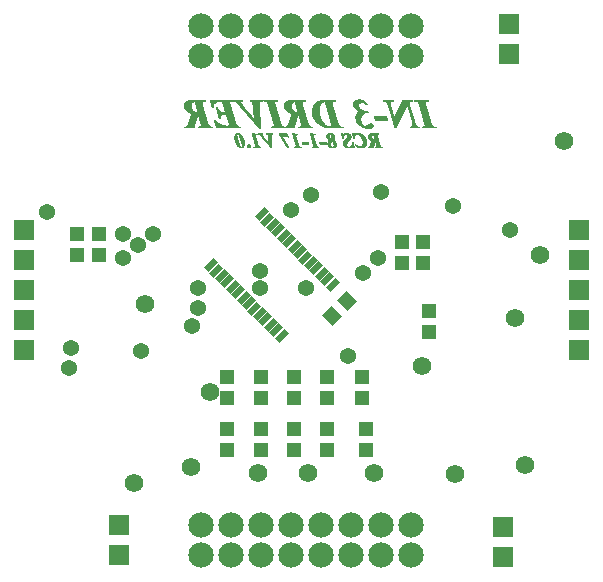
<source format=gbs>
%FSLAX24Y24*%
%MOIN*%
G04 EasyPC Gerber Version 18.0.8 Build 3632 *
%ADD144R,0.06600X0.06600*%
%ADD96C,0.00100*%
%ADD92C,0.05400*%
%ADD90C,0.06200*%
%AMT100*0 Rectangle Pad at angle 45*21,1,0.04540,0.04930,0,0,45*%
%ADD100T100*%
%ADD102R,0.04930X0.04540*%
%AMT145*0 Rectangle Pad at angle 135*21,1,0.02175,0.04537,0,0,135*%
%ADD145T145*%
%ADD86C,0.08474*%
X0Y0D02*
D02*
D86*
X10525Y2825D03*
Y3825D03*
Y19475D03*
Y20475D03*
X11525Y2825D03*
Y3825D03*
Y19475D03*
Y20475D03*
X12525Y2825D03*
Y3825D03*
Y19475D03*
Y20475D03*
X13525Y2825D03*
Y3825D03*
Y19475D03*
Y20475D03*
X14525Y2825D03*
Y3825D03*
Y19475D03*
Y20475D03*
X15525Y2825D03*
Y3825D03*
Y19475D03*
Y20475D03*
X16525Y2825D03*
Y3825D03*
Y19475D03*
Y20475D03*
X17525Y2825D03*
Y3825D03*
Y19475D03*
Y20475D03*
D02*
D90*
X8275Y5225D03*
X8650Y11200D03*
X10175Y5775D03*
X10825Y8275D03*
X12425Y5575D03*
X14075D03*
X16275D03*
X17875Y9125D03*
X18975Y5525D03*
X20975Y10725D03*
X21325Y5825D03*
X21825Y12825D03*
X22625Y16625D03*
D02*
D92*
X5375Y14275D03*
X6125Y9075D03*
X6175Y9725D03*
X7925Y12725D03*
Y13525D03*
X8425Y13175D03*
X8525Y9625D03*
X8925Y13525D03*
X10225Y10475D03*
X10425Y11075D03*
Y11725D03*
X12475D03*
Y12321D03*
X13525Y14325D03*
X14025Y11725D03*
X14175Y14825D03*
X15425Y9475D03*
X15925Y12225D03*
X16425Y12725D03*
X16525Y14925D03*
X18925Y14475D03*
X20825Y13675D03*
D02*
D96*
X16312Y16661D02*
X16352Y16519D01*
X16360Y16495*
Y16480*
X16352Y16456*
X16336Y16448*
X16312*
Y16432*
X16541*
Y16448*
X16509*
X16494Y16464*
X16478Y16480*
X16462Y16519*
X16375Y16810*
X16368Y16850*
X16375Y16873*
X16391*
X16423Y16881*
X16415Y16897*
X16226*
X16155Y16889*
X16108Y16866*
X16084Y16834*
X16076Y16795*
X16084Y16755*
X16116Y16716*
X16147Y16692*
X16202Y16669*
X16155Y16527*
X16139Y16480*
X16131Y16464*
X16116Y16448*
X16084*
Y16432*
X16234*
X16305Y16661*
X16312*
X16305Y16684D02*
X16289D01*
X16249Y16692*
X16218Y16716*
X16194Y16755*
X16186Y16803*
X16202Y16850*
X16218Y16858*
X16242Y16866*
X16257*
X16305Y16684*
X15556Y16905D02*
X15588Y16755D01*
X15604*
X15612Y16810*
X15635Y16850*
X15667Y16873*
X15706Y16881*
X15753Y16873*
X15801Y16842*
X15848Y16787*
X15887Y16716*
X15903Y16653*
X15911Y16582*
X15903Y16535*
X15879Y16495*
X15848Y16472*
X15801Y16464*
X15761*
X15722Y16480*
X15682Y16503*
X15651Y16543*
X15635*
X15675Y16488*
X15722Y16448*
X15769Y16432*
X15832Y16425*
X15911Y16440*
X15966Y16472*
X16005Y16535*
X16021Y16606*
X16013Y16677*
X15982Y16747*
X15927Y16810*
X15864Y16866*
X15785Y16897*
X15706Y16905*
X15635Y16897*
X15604Y16889*
X15588*
X15572Y16905*
X15556*
X15186D02*
X15226Y16732D01*
X15242*
X15249Y16771*
X15257Y16803*
X15265Y16834*
X15289Y16858*
X15312Y16873*
X15336Y16881*
X15360Y16873*
X15383Y16858*
X15391Y16834*
X15399Y16810*
X15383Y16763*
X15360Y16732*
X15320Y16684*
X15281Y16653*
X15265Y16621*
X15249Y16590*
Y16558*
X15257Y16519*
X15273Y16488*
X15297Y16464*
X15328Y16440*
X15368Y16425*
X15415*
X15446*
X15486Y16432*
X15525Y16448*
X15549*
X15572Y16440*
X15596Y16425*
X15612*
X15564Y16598*
X15556*
X15549Y16551*
X15533Y16519*
X15517Y16488*
X15494Y16464*
X15462Y16448*
X15431*
X15399Y16456*
X15375Y16472*
X15360Y16495*
X15352Y16527*
X15368Y16574*
X15383Y16606*
X15423Y16645*
X15462Y16684*
X15486Y16724*
X15501Y16779*
X15494Y16826*
X15462Y16866*
X15415Y16897*
X15352Y16905*
X15320Y16897*
X15281Y16889*
X15257Y16881*
X15242*
X15218Y16889*
X15202Y16905*
X15186*
X14903Y16677D02*
X14934Y16732D01*
X14942Y16779*
X14934Y16826*
X14903Y16866*
X14864Y16897*
X14808Y16905*
X14761Y16897*
X14722Y16873*
X14698Y16842*
X14690Y16803*
X14706Y16755*
X14738Y16716*
X14761Y16708*
X14785Y16692*
X14753Y16653*
X14738Y16621*
X14730Y16574*
X14738Y16511*
X14777Y16464*
X14824Y16432*
X14887Y16425*
X14934Y16432*
X14982Y16456*
X15005Y16488*
X15013Y16535*
X14997Y16590*
X14958Y16645*
X14934Y16661*
X14903Y16677*
X14793Y16708D02*
X14777Y16740D01*
X14769Y16779*
Y16826*
Y16858*
X14785Y16873*
X14808Y16889*
X14840Y16873*
X14856Y16850*
X14864Y16810*
X14848Y16763*
X14832Y16740*
X14793Y16708*
X14887Y16661D02*
X14911Y16629D01*
X14919Y16606*
X14927Y16574*
X14934Y16503*
Y16472*
X14919Y16456*
X14903Y16440*
X14887*
X14856Y16448*
X14840Y16464*
X14816Y16495*
X14808Y16543*
Y16566*
X14824Y16590*
X14848Y16621*
X14887Y16661*
X14659Y16621D02*
X14462D01*
X14486Y16551*
X14682*
X14659Y16621*
X14139Y16905D02*
X14257Y16519D01*
Y16495*
X14265Y16480*
X14257Y16464*
X14242Y16448*
X14226*
X14202*
Y16432*
X14431*
X14423Y16448*
X14399*
X14375Y16456*
X14352Y16472*
X14344Y16488*
X14336Y16519*
X14265Y16747*
X14257Y16787*
X14249Y16803*
Y16818*
X14257Y16850*
X14289Y16858*
X14297*
X14320*
Y16866*
X14155Y16905*
X14139*
X14068Y16621D02*
X13871D01*
X13895Y16551*
X14092*
X14068Y16621*
X13549Y16905D02*
X13667Y16519D01*
Y16495*
X13675Y16480*
X13667Y16464*
X13651Y16448*
X13635*
X13612*
Y16432*
X13840*
X13832Y16448*
X13808*
X13785Y16456*
X13761Y16472*
X13753Y16488*
X13745Y16519*
X13675Y16747*
X13667Y16787*
X13659Y16803*
Y16818*
X13667Y16850*
X13698Y16858*
X13706*
X13730*
Y16866*
X13564Y16905*
X13549*
X13360Y16897D02*
X13108D01*
Y16881*
X13383Y16425*
X13415Y16448*
X13194Y16818*
X13305*
X13344*
X13375Y16810*
X13415Y16779*
X13423*
X13360Y16897*
X12864Y16425D02*
X12848Y16810D01*
Y16834*
Y16842*
X12856Y16873*
X12871*
X12895Y16881*
X12887Y16897*
X12690*
Y16881*
X12730Y16866*
X12738Y16842*
X12745Y16810*
X12761Y16574*
X12580Y16779*
X12556Y16810*
X12541Y16834*
X12533Y16858*
X12541Y16873*
X12564Y16881*
Y16897*
X12431*
Y16881*
X12454Y16873*
X12478Y16850*
X12501Y16826*
X12848Y16425*
X12864*
X12202Y16905D02*
X12320Y16519D01*
Y16495*
X12328Y16480*
X12320Y16464*
X12305Y16448*
X12289*
X12265*
Y16432*
X12494*
X12486Y16448*
X12462*
X12438Y16456*
X12415Y16472*
X12407Y16488*
X12399Y16519*
X12328Y16747*
X12320Y16787*
X12312Y16803*
Y16818*
X12320Y16850*
X12352Y16858*
X12360*
X12383*
Y16866*
X12218Y16905*
X12202*
X12108Y16535D02*
X12084Y16527D01*
X12068Y16519*
X12053Y16503*
Y16480*
Y16456*
X12068Y16440*
X12084Y16425*
X12108*
X12131*
X12147Y16440*
X12163Y16480*
X12147Y16519*
X12131Y16527*
X12108Y16535*
X11730Y16905D02*
X11698Y16897D01*
X11675Y16881*
X11635Y16834*
X11627Y16771*
Y16716*
X11643Y16661*
X11682Y16551*
X11706Y16511*
X11738Y16472*
X11785Y16440*
X11848Y16425*
X11871*
X11895Y16440*
X11911Y16464*
X11927Y16488*
X11942Y16558*
X11934Y16629*
X11911Y16708*
X11887Y16771*
X11856Y16826*
X11816Y16866*
X11793Y16889*
X11761Y16897*
X11730Y16905*
X11722Y16889D02*
X11745Y16881D01*
X11761Y16866*
X11769Y16850*
X11785Y16818*
X11808Y16732*
X11840Y16637*
X11864Y16574*
X11871Y16535*
X11879Y16480*
X11871Y16448*
X11848Y16440*
X11816Y16448*
X11801Y16472*
X11785Y16503*
X11769Y16551*
X11753Y16606*
X11730Y16669*
X11714Y16740*
X11698Y16803*
X11690Y16850*
X11698Y16881*
X11722Y16889*
X11847Y16425D02*
X11872D01*
X12084D02*
X12132D01*
X12848D02*
X12864D01*
X13383D02*
X13384D01*
X14885D02*
X14889D01*
X15367D02*
X15448D01*
X15595D02*
X15612D01*
X15830D02*
X15834D01*
X11809Y16434D02*
X11886D01*
X12074D02*
X12141D01*
X12265D02*
X12493D01*
X12839D02*
X12863D01*
X13377D02*
X13396D01*
X13612D02*
X13839D01*
X14202D02*
X14430D01*
X14821D02*
X14938D01*
X15343D02*
X15490D01*
X15581D02*
X15609D01*
X15764D02*
X15881D01*
X16084D02*
X16234D01*
X16312D02*
X16541D01*
X11780Y16444D02*
X11835D01*
X11858D02*
X11897D01*
X12065D02*
X12148D01*
X12265D02*
X12488D01*
X12831D02*
X12863D01*
X13372D02*
X13409D01*
X13612D02*
X13834D01*
X14202D02*
X14425D01*
X14807D02*
X14874D01*
X14906D02*
X14957D01*
X15324D02*
X15514D01*
X15562D02*
X15606D01*
X15736D02*
X15917D01*
X16084D02*
X16237D01*
X16312D02*
X16541D01*
X11766Y16453D02*
X11813D01*
X11873D02*
X11904D01*
X12056D02*
X12152D01*
X12309D02*
X12448D01*
X12823D02*
X12862D01*
X13366D02*
X13412D01*
X13656D02*
X13794D01*
X14246D02*
X14385D01*
X14793D02*
X14851D01*
X14916D02*
X14976D01*
X15311D02*
X15411D01*
X15472D02*
X15604D01*
X15716D02*
X15933D01*
X16120D02*
X16240D01*
X16346D02*
X16504D01*
X11752Y16462D02*
X11807D01*
X11875D02*
X11910D01*
X12053D02*
X12156D01*
X12319D02*
X12429D01*
X12815D02*
X12862D01*
X13360D02*
X13406D01*
X13665D02*
X13775D01*
X14256D02*
X14366D01*
X14779D02*
X14842D01*
X14925D02*
X14986D01*
X15299D02*
X15390D01*
X15490D02*
X15601D01*
X15705D02*
X15949D01*
X16130D02*
X16243D01*
X16354D02*
X16495D01*
X11738Y16472D02*
X11801D01*
X11877D02*
X11916D01*
X12053D02*
X12160D01*
X12324D02*
X12415D01*
X12807D02*
X12862D01*
X13355D02*
X13401D01*
X13671D02*
X13761D01*
X14261D02*
X14352D01*
X14770D02*
X14834D01*
X14934D02*
X14993D01*
X15289D02*
X15375D01*
X15501D02*
X15599D01*
X15694D02*
X15742D01*
X15848D02*
X15966D01*
X16135D02*
X16246D01*
X16357D02*
X16486D01*
X11730Y16481D02*
X11796D01*
X11879D02*
X11922D01*
X12053D02*
X12162D01*
X12327D02*
X12410D01*
X12799D02*
X12861D01*
X13349D02*
X13395D01*
X13674D02*
X13757D01*
X14264D02*
X14347D01*
X14763D02*
X14827D01*
X14934D02*
X15000D01*
X15279D02*
X15369D01*
X15511D02*
X15596D01*
X15682D02*
X15719D01*
X15860D02*
X15972D01*
X16140D02*
X16249D01*
X16360D02*
X16477D01*
X11723Y16491D02*
X11791D01*
X11878D02*
X11927D01*
X12053D02*
X12158D01*
X12323D02*
X12406D01*
X12791D02*
X12861D01*
X13344D02*
X13390D01*
X13669D02*
X13753D01*
X14260D02*
X14343D01*
X14755D02*
X14820D01*
X14934D02*
X15006D01*
X15272D02*
X15363D01*
X15519D02*
X15594D01*
X15673D02*
X15704D01*
X15873D02*
X15978D01*
X16143D02*
X16252D01*
X16360D02*
X16473D01*
X11715Y16500D02*
X11787D01*
X11876D02*
X11929D01*
X12053D02*
X12155D01*
X12320D02*
X12404D01*
X12783D02*
X12861D01*
X13338D02*
X13384D01*
X13667D02*
X13750D01*
X14257D02*
X14341D01*
X14747D02*
X14816D01*
X14934D02*
X15007D01*
X15267D02*
X15359D01*
X15523D02*
X15591D01*
X15666D02*
X15688D01*
X15882D02*
X15983D01*
X16146D02*
X16255D01*
X16358D02*
X16470D01*
X11708Y16509D02*
X11783D01*
X11875D02*
X11931D01*
X12058D02*
X12151D01*
X12320D02*
X12401D01*
X12775D02*
X12860D01*
X13332D02*
X13378D01*
X13667D02*
X13748D01*
X14257D02*
X14338D01*
X14739D02*
X14814D01*
X14934D02*
X15009D01*
X15262D02*
X15356D01*
X15528D02*
X15589D01*
X15659D02*
X15678D01*
X15888D02*
X15989D01*
X16149D02*
X16257D01*
X16355D02*
X16466D01*
X11702Y16519D02*
X11780D01*
X11874D02*
X11933D01*
X12068D02*
X12147D01*
X12320D02*
X12399D01*
X12767D02*
X12860D01*
X13327D02*
X13373D01*
X13667D02*
X13746D01*
X14257D02*
X14336D01*
X14737D02*
X14812D01*
X14933D02*
X15010D01*
X15258D02*
X15354D01*
X15533D02*
X15586D01*
X15652D02*
X15670D01*
X15893D02*
X15995D01*
X16152D02*
X16260D01*
X16352D02*
X16462D01*
X11696Y16528D02*
X11777D01*
X11872D02*
X11936D01*
X12087D02*
X12128D01*
X12318D02*
X12396D01*
X12759D02*
X12859D01*
X13321D02*
X13367D01*
X13664D02*
X13743D01*
X14255D02*
X14333D01*
X14736D02*
X14811D01*
X14932D02*
X15012D01*
X15256D02*
X15352D01*
X15537D02*
X15583D01*
X15646D02*
X15663D01*
X15899D02*
X16001D01*
X16155D02*
X16263D01*
X16349D02*
X16459D01*
X11690Y16537D02*
X11774D01*
X11871D02*
X11938D01*
X12315D02*
X12393D01*
X12751D02*
X12859D01*
X13315D02*
X13362D01*
X13661D02*
X13740D01*
X14252D02*
X14330D01*
X14734D02*
X14809D01*
X14931D02*
X15012D01*
X15254D02*
X15355D01*
X15542D02*
X15581D01*
X15639D02*
X15655D01*
X15903D02*
X16006D01*
X16158D02*
X16266D01*
X16347D02*
X16457D01*
X11685Y16547D02*
X11770D01*
X11869D02*
X11940D01*
X12312D02*
X12390D01*
X12742D02*
X12859D01*
X13310D02*
X13356D01*
X13658D02*
X13737D01*
X14249D02*
X14327D01*
X14733D02*
X14808D01*
X14930D02*
X15010D01*
X15252D02*
X15358D01*
X15547D02*
X15578D01*
X15905D02*
X16008D01*
X16161D02*
X16269D01*
X16344D02*
X16454D01*
X11681Y16556D02*
X11768D01*
X11867D02*
X11942D01*
X12309D02*
X12388D01*
X12734D02*
X12858D01*
X13304D02*
X13351D01*
X13655D02*
X13734D01*
X13893D02*
X14090D01*
X14246D02*
X14325D01*
X14484D02*
X14681D01*
X14732D02*
X14808D01*
X14929D02*
X15007D01*
X15250D02*
X15361D01*
X15550D02*
X15576D01*
X15906D02*
X16010D01*
X16165D02*
X16272D01*
X16341D02*
X16451D01*
X11677Y16565D02*
X11765D01*
X11865D02*
X11942D01*
X12306D02*
X12385D01*
X12726D02*
X12858D01*
X13298D02*
X13345D01*
X13653D02*
X13731D01*
X13890D02*
X14087D01*
X14243D02*
X14322D01*
X14481D02*
X14678D01*
X14731D02*
X14808D01*
X14928D02*
X15004D01*
X15249D02*
X15365D01*
X15551D02*
X15573D01*
X15908D02*
X16012D01*
X16168D02*
X16275D01*
X16339D02*
X16448D01*
X11674Y16575D02*
X11762D01*
X11863D02*
X11941D01*
X12303D02*
X12382D01*
X12718D02*
X12761D01*
X12761D02*
X12857D01*
X13293D02*
X13339D01*
X13650D02*
X13728D01*
X13887D02*
X14084D01*
X14240D02*
X14319D01*
X14478D02*
X14674D01*
X14730D02*
X14814D01*
X14926D02*
X15002D01*
X15249D02*
X15368D01*
X15553D02*
X15571D01*
X15910D02*
X16014D01*
X16171D02*
X16278D01*
X16336D02*
X16445D01*
X11670Y16584D02*
X11759D01*
X11860D02*
X11939D01*
X12300D02*
X12379D01*
X12710D02*
X12752D01*
X12761D02*
X12857D01*
X13287D02*
X13334D01*
X13647D02*
X13725D01*
X13884D02*
X14081D01*
X14237D02*
X14316D01*
X14474D02*
X14671D01*
X14731D02*
X14820D01*
X14924D02*
X14999D01*
X15249D02*
X15373D01*
X15554D02*
X15568D01*
X15911D02*
X16016D01*
X16174D02*
X16281D01*
X16334D02*
X16443D01*
X11667Y16594D02*
X11757D01*
X11856D02*
X11938D01*
X12297D02*
X12376D01*
X12702D02*
X12744D01*
X12760D02*
X12857D01*
X13281D02*
X13328D01*
X13644D02*
X13722D01*
X13881D02*
X14078D01*
X14234D02*
X14313D01*
X14471D02*
X14668D01*
X14733D02*
X14827D01*
X14922D02*
X14995D01*
X15251D02*
X15377D01*
X15556D02*
X15566D01*
X15910D02*
X16018D01*
X16177D02*
X16284D01*
X16331D02*
X16440D01*
X11664Y16603D02*
X11754D01*
X11853D02*
X11937D01*
X12295D02*
X12373D01*
X12694D02*
X12736D01*
X12759D02*
X12856D01*
X13276D02*
X13323D01*
X13641D02*
X13719D01*
X13878D02*
X14074D01*
X14232D02*
X14310D01*
X14468D02*
X14665D01*
X14735D02*
X14834D01*
X14919D02*
X14988D01*
X15256D02*
X15382D01*
X15909D02*
X16020D01*
X16180D02*
X16287D01*
X16328D02*
X16437D01*
X11660Y16612D02*
X11751D01*
X11849D02*
X11936D01*
X12292D02*
X12370D01*
X12686D02*
X12728D01*
X12759D02*
X12856D01*
X13270D02*
X13317D01*
X13638D02*
X13717D01*
X13874D02*
X14071D01*
X14229D02*
X14307D01*
X14465D02*
X14662D01*
X14736D02*
X14841D01*
X14916D02*
X14981D01*
X15261D02*
X15390D01*
X15907D02*
X16020D01*
X16183D02*
X16289D01*
X16326D02*
X16434D01*
X11657Y16622D02*
X11747D01*
X11846D02*
X11935D01*
X12289D02*
X12367D01*
X12678D02*
X12719D01*
X12758D02*
X12856D01*
X13264D02*
X13311D01*
X13635D02*
X13714D01*
X14226D02*
X14304D01*
X14738D02*
X14848D01*
X14913D02*
X14975D01*
X15265D02*
X15399D01*
X15906D02*
X16019D01*
X16186D02*
X16292D01*
X16323D02*
X16431D01*
X11654Y16631D02*
X11744D01*
X11842D02*
X11934D01*
X12286D02*
X12364D01*
X12670D02*
X12711D01*
X12757D02*
X12855D01*
X13259D02*
X13306D01*
X13632D02*
X13711D01*
X14223D02*
X14301D01*
X14742D02*
X14857D01*
X14910D02*
X14968D01*
X15270D02*
X15409D01*
X15905D02*
X16018D01*
X16190D02*
X16295D01*
X16321D02*
X16429D01*
X11650Y16640D02*
X11740D01*
X11839D02*
X11931D01*
X12283D02*
X12361D01*
X12662D02*
X12703D01*
X12757D02*
X12855D01*
X13253D02*
X13300D01*
X13630D02*
X13708D01*
X14220D02*
X14298D01*
X14747D02*
X14867D01*
X14903D02*
X14961D01*
X15275D02*
X15418D01*
X15904D02*
X16017D01*
X16193D02*
X16298D01*
X16318D02*
X16426D01*
X11647Y16650D02*
X11737D01*
X11836D02*
X11928D01*
X12280D02*
X12358D01*
X12654D02*
X12694D01*
X12756D02*
X12854D01*
X13247D02*
X13295D01*
X13627D02*
X13705D01*
X14217D02*
X14295D01*
X14752D02*
X14876D01*
X14895D02*
X14951D01*
X15279D02*
X15427D01*
X15903D02*
X16016D01*
X16196D02*
X16301D01*
X16315D02*
X16423D01*
X11644Y16659D02*
X11733D01*
X11833D02*
X11926D01*
X12277D02*
X12356D01*
X12645D02*
X12686D01*
X12756D02*
X12854D01*
X13242D02*
X13289D01*
X13624D02*
X13702D01*
X14214D02*
X14293D01*
X14758D02*
X14886D01*
X14888D02*
X14937D01*
X15289D02*
X15437D01*
X15901D02*
X16015D01*
X16199D02*
X16304D01*
X16313D02*
X16420D01*
X11641Y16669D02*
X11730D01*
X11830D02*
X11923D01*
X12275D02*
X12353D01*
X12637D02*
X12678D01*
X12755D02*
X12854D01*
X13236D02*
X13284D01*
X13621D02*
X13699D01*
X14212D02*
X14290D01*
X14766D02*
X14919D01*
X15300D02*
X15446D01*
X15899D02*
X16014D01*
X16202D02*
X16418D01*
X11638Y16678D02*
X11728D01*
X11826D02*
X11920D01*
X12272D02*
X12350D01*
X12629D02*
X12669D01*
X12754D02*
X12853D01*
X13230D02*
X13278D01*
X13618D02*
X13696D01*
X14209D02*
X14287D01*
X14773D02*
X14904D01*
X15312D02*
X15455D01*
X15897D02*
X16013D01*
X16181D02*
X16415D01*
X11636Y16687D02*
X11726D01*
X11823D02*
X11917D01*
X12269D02*
X12347D01*
X12621D02*
X12661D01*
X12754D02*
X12853D01*
X13225D02*
X13272D01*
X13615D02*
X13693D01*
X14206D02*
X14284D01*
X14781D02*
X14909D01*
X15323D02*
X15464D01*
X15894D02*
X16008D01*
X16159D02*
X16275D01*
X16304D02*
X16412D01*
X11633Y16697D02*
X11724D01*
X11820D02*
X11914D01*
X12266D02*
X12344D01*
X12613D02*
X12653D01*
X12753D02*
X12852D01*
X13219D02*
X13267D01*
X13612D02*
X13690D01*
X14203D02*
X14281D01*
X14778D02*
X14914D01*
X15330D02*
X15469D01*
X15892D02*
X16004D01*
X16141D02*
X16244D01*
X16301D02*
X16409D01*
X11630Y16706D02*
X11721D01*
X11817D02*
X11911D01*
X12263D02*
X12341D01*
X12605D02*
X12645D01*
X12752D02*
X12852D01*
X13213D02*
X13261D01*
X13610D02*
X13687D01*
X14200D02*
X14278D01*
X14764D02*
X14920D01*
X15338D02*
X15475D01*
X15890D02*
X16000D01*
X16129D02*
X16231D01*
X16299D02*
X16406D01*
X11628Y16715D02*
X11719D01*
X11814D02*
X11908D01*
X12260D02*
X12338D01*
X12597D02*
X12636D01*
X12752D02*
X12852D01*
X13208D02*
X13256D01*
X13607D02*
X13685D01*
X14197D02*
X14275D01*
X14739D02*
X14789D01*
X14802D02*
X14925D01*
X15346D02*
X15481D01*
X15887D02*
X15996D01*
X16116D02*
X16219D01*
X16296D02*
X16404D01*
X11627Y16725D02*
X11717D01*
X11811D02*
X11905D01*
X12257D02*
X12335D01*
X12589D02*
X12628D01*
X12751D02*
X12851D01*
X13202D02*
X13250D01*
X13604D02*
X13682D01*
X14194D02*
X14272D01*
X14731D02*
X14784D01*
X14814D02*
X14930D01*
X15354D02*
X15486D01*
X15882D02*
X15992D01*
X16109D02*
X16213D01*
X16294D02*
X16401D01*
X11627Y16734D02*
X11715D01*
X11808D02*
X11901D01*
X12254D02*
X12332D01*
X12581D02*
X12620D01*
X12751D02*
X12851D01*
X13196D02*
X13244D01*
X13601D02*
X13679D01*
X14191D02*
X14269D01*
X14723D02*
X14780D01*
X14825D02*
X14935D01*
X15225D02*
X15242D01*
X15361D02*
X15489D01*
X15877D02*
X15988D01*
X16101D02*
X16207D01*
X16292D02*
X16398D01*
X11627Y16744D02*
X11713D01*
X11805D02*
X11898D01*
X12252D02*
X12329D01*
X12573D02*
X12611D01*
X12750D02*
X12851D01*
X13191D02*
X13239D01*
X13598D02*
X13676D01*
X14189D02*
X14266D01*
X14716D02*
X14776D01*
X14835D02*
X14936D01*
X15223D02*
X15244D01*
X15369D02*
X15491D01*
X15872D02*
X15983D01*
X16094D02*
X16201D01*
X16289D02*
X16395D01*
X11627Y16753D02*
X11711D01*
X11803D02*
X11894D01*
X12249D02*
X12327D01*
X12565D02*
X12603D01*
X12749D02*
X12850D01*
X13185D02*
X13233D01*
X13595D02*
X13674D01*
X14186D02*
X14264D01*
X14708D02*
X14774D01*
X14841D02*
X14938D01*
X15221D02*
X15246D01*
X15376D02*
X15494D01*
X15867D02*
X15977D01*
X16086D02*
X16196D01*
X16287D02*
X16393D01*
X11627Y16762D02*
X11708D01*
X11800D02*
X11891D01*
X12246D02*
X12325D01*
X12557D02*
X12595D01*
X12749D02*
X12850D01*
X13180D02*
X13228D01*
X13592D02*
X13672D01*
X14183D02*
X14262D01*
X14704D02*
X14772D01*
X14847D02*
X14940D01*
X15219D02*
X15248D01*
X15383D02*
X15497D01*
X15587D02*
X15605D01*
X15861D02*
X15969D01*
X16083D02*
X16193D01*
X16284D02*
X16390D01*
X11627Y16772D02*
X11706D01*
X11798D02*
X11887D01*
X12243D02*
X12323D01*
X12548D02*
X12587D01*
X12748D02*
X12849D01*
X13174D02*
X13222D01*
X13589D02*
X13670D01*
X14180D02*
X14260D01*
X14701D02*
X14771D01*
X14851D02*
X14941D01*
X15217D02*
X15250D01*
X15386D02*
X15499D01*
X15585D02*
X15606D01*
X15856D02*
X15961D01*
X16081D02*
X16192D01*
X16282D02*
X16387D01*
X11629Y16781D02*
X11704D01*
X11795D02*
X11882D01*
X12240D02*
X12321D01*
X12540D02*
X12579D01*
X12747D02*
X12849D01*
X13168D02*
X13217D01*
X13412D02*
X13422D01*
X13587D02*
X13668D01*
X14177D02*
X14258D01*
X14698D02*
X14769D01*
X14854D02*
X14942D01*
X15215D02*
X15252D01*
X15389D02*
X15501D01*
X15583D02*
X15607D01*
X15851D02*
X15952D01*
X16079D02*
X16190D01*
X16279D02*
X16384D01*
X11630Y16790D02*
X11701D01*
X11792D02*
X11876D01*
X12237D02*
X12319D01*
X12532D02*
X12572D01*
X12747D02*
X12849D01*
X13163D02*
X13211D01*
X13401D02*
X13417D01*
X13584D02*
X13665D01*
X14174D02*
X14256D01*
X14694D02*
X14769D01*
X14857D02*
X14940D01*
X15212D02*
X15254D01*
X15392D02*
X15499D01*
X15581D02*
X15609D01*
X15845D02*
X15944D01*
X16077D02*
X16188D01*
X16277D02*
X16381D01*
X11631Y16800D02*
X11699D01*
X11790D02*
X11871D01*
X12234D02*
X12314D01*
X12524D02*
X12565D01*
X12746D02*
X12848D01*
X13157D02*
X13205D01*
X13389D02*
X13412D01*
X13581D02*
X13660D01*
X14171D02*
X14251D01*
X14691D02*
X14769D01*
X14860D02*
X14939D01*
X15210D02*
X15257D01*
X15395D02*
X15498D01*
X15579D02*
X15610D01*
X15837D02*
X15936D01*
X16077D02*
X16187D01*
X16274D02*
X16379D01*
X11632Y16809D02*
X11697D01*
X11787D02*
X11865D01*
X12231D02*
X12312D01*
X12516D02*
X12557D01*
X12746D02*
X12848D01*
X13151D02*
X13200D01*
X13377D02*
X13407D01*
X13578D02*
X13659D01*
X14169D02*
X14249D01*
X14692D02*
X14769D01*
X14863D02*
X14937D01*
X15208D02*
X15259D01*
X15399D02*
X15496D01*
X15577D02*
X15611D01*
X15829D02*
X15928D01*
X16079D02*
X16189D01*
X16272D02*
X16376D01*
X11633Y16818D02*
X11696D01*
X11785D02*
X11860D01*
X12229D02*
X12312D01*
X12508D02*
X12551D01*
X12743D02*
X12848D01*
X13146D02*
X13402D01*
X13575D02*
X13659D01*
X14166D02*
X14249D01*
X14694D02*
X14769D01*
X14862D02*
X14936D01*
X15206D02*
X15261D01*
X15396D02*
X15495D01*
X15575D02*
X15616D01*
X15821D02*
X15917D01*
X16081D02*
X16192D01*
X16270D02*
X16374D01*
X11634Y16828D02*
X11694D01*
X11780D02*
X11854D01*
X12226D02*
X12315D01*
X12500D02*
X12545D01*
X12741D02*
X12848D01*
X13140D02*
X13397D01*
X13572D02*
X13661D01*
X14163D02*
X14252D01*
X14695D02*
X14769D01*
X14860D02*
X14933D01*
X15204D02*
X15264D01*
X15393D02*
X15492D01*
X15573D02*
X15622D01*
X15813D02*
X15907D01*
X16083D02*
X16195D01*
X16267D02*
X16372D01*
X11638Y16837D02*
X11692D01*
X11775D02*
X11845D01*
X12223D02*
X12317D01*
X12490D02*
X12540D01*
X12739D02*
X12848D01*
X13134D02*
X13392D01*
X13569D02*
X13664D01*
X14160D02*
X14254D01*
X14697D02*
X14769D01*
X14858D02*
X14926D01*
X15202D02*
X15268D01*
X15390D02*
X15485D01*
X15571D02*
X15628D01*
X15805D02*
X15896D01*
X16086D02*
X16198D01*
X16265D02*
X16370D01*
X11646Y16847D02*
X11691D01*
X11771D02*
X11835D01*
X12220D02*
X12319D01*
X12481D02*
X12537D01*
X12736D02*
X12849D01*
X13129D02*
X13387D01*
X13566D02*
X13666D01*
X14157D02*
X14256D01*
X14702D02*
X14769D01*
X14856D02*
X14918D01*
X15200D02*
X15278D01*
X15387D02*
X15477D01*
X15569D02*
X15633D01*
X15794D02*
X15885D01*
X16093D02*
X16201D01*
X16262D02*
X16368D01*
X11653Y16856D02*
X11692D01*
X11766D02*
X11826D01*
X12217D02*
X12345D01*
X12472D02*
X12533D01*
X12733D02*
X12851D01*
X13123D02*
X13382D01*
X13564D02*
X13691D01*
X14154D02*
X14282D01*
X14709D02*
X14769D01*
X14852D02*
X14911D01*
X15198D02*
X15287D01*
X15384D02*
X15470D01*
X15567D02*
X15643D01*
X15780D02*
X15875D01*
X16100D02*
X16214D01*
X16260D02*
X16370D01*
X11661Y16865D02*
X11694D01*
X11761D02*
X11817D01*
X12214D02*
X12383D01*
X12462D02*
X12537D01*
X12730D02*
X12854D01*
X13117D02*
X13377D01*
X13561D02*
X13730D01*
X14151D02*
X14320D01*
X14716D02*
X14777D01*
X14845D02*
X14903D01*
X15195D02*
X15300D01*
X15372D02*
X15462D01*
X15565D02*
X15656D01*
X15766D02*
X15864D01*
X16107D02*
X16241D01*
X16257D02*
X16373D01*
X11669Y16875D02*
X11697D01*
X11752D02*
X11807D01*
X12211D02*
X12345D01*
X12450D02*
X12545D01*
X12707D02*
X12875D01*
X13112D02*
X13372D01*
X13558D02*
X13691D01*
X14148D02*
X14282D01*
X14724D02*
X14787D01*
X14837D02*
X14892D01*
X15193D02*
X15316D01*
X15356D02*
X15448D01*
X15563D02*
X15673D01*
X15746D02*
X15841D01*
X16126D02*
X16396D01*
X11679Y16884D02*
X11706D01*
X11737D02*
X11798D01*
X12209D02*
X12306D01*
X12431D02*
X12564D01*
X12690D02*
X12894D01*
X13108D02*
X13367D01*
X13555D02*
X13652D01*
X14146D02*
X14243D01*
X14740D02*
X14801D01*
X14819D02*
X14880D01*
X15191D02*
X15233D01*
X15266D02*
X15434D01*
X15561D02*
X15817D01*
X16145D02*
X16421D01*
X11693Y16893D02*
X11776D01*
X12206D02*
X12266D01*
X12431D02*
X12564D01*
X12690D02*
X12889D01*
X13108D02*
X13362D01*
X13552D02*
X13613D01*
X14143D02*
X14203D01*
X14755D02*
X14868D01*
X15189D02*
X15214D01*
X15302D02*
X15420D01*
X15559D02*
X15584D01*
X15621D02*
X15794D01*
X16193D02*
X16417D01*
X11721Y16903D02*
X11738D01*
X12203D02*
X12227D01*
X13549D02*
X13573D01*
X14140D02*
X14164D01*
X14796D02*
X14823D01*
X15187D02*
X15204D01*
X15343D02*
X15369D01*
X15557D02*
X15574D01*
X15687D02*
X15727D01*
X18086Y17988D02*
Y18019D01*
X17614*
X17629Y17988*
X17724Y17956*
X17755Y17925*
X17787Y17846*
X17944Y17263*
X17960Y17200*
X17976Y17169*
X17944Y17137*
X17913Y17121*
X17866*
Y17090*
X18338*
X18322Y17121*
X18259*
X18228Y17153*
X18196Y17184*
X18165Y17263*
X17992Y17846*
X17976Y17925*
X17992Y17972*
X18023*
X18086Y17988*
X17236Y18019D02*
X16936Y17405D01*
X16810Y17846*
Y17909*
X16826Y17956*
X16858Y17972*
X16905Y17988*
X16889Y18019*
X16590*
Y17988*
X16684Y17956*
X16716Y17909*
X16747Y17846*
X16968Y17090*
X16999*
X17377Y17877*
X17566Y17247*
Y17200*
X17551Y17137*
X17519Y17121*
X17472*
Y17090*
X17787*
Y17121*
X17724*
X17677Y17169*
X17645Y17200*
X17629Y17263*
X17425Y17925*
X17488Y17972*
X17551Y17988*
Y18019*
X17236*
X16669Y17468D02*
X16275D01*
X16322Y17326*
X16716*
X16669Y17468*
X16070Y17610D02*
X16055Y17625D01*
X15960Y17641*
X15897Y17673*
X15818Y17704*
X15771Y17751*
X15755Y17783*
X15740Y17846*
X15755Y17877*
X15771Y17909*
X15866Y17940*
X15944Y17925*
X16023Y17862*
X16039*
X15976Y17940*
X15929Y17988*
X15866Y18019*
X15787Y18035*
X15708Y18019*
X15645Y17988*
X15598Y17925*
X15582Y17862*
X15614Y17767*
X15692Y17704*
X15740Y17673*
X15803Y17657*
X15740Y17625*
X15708Y17578*
X15677Y17515*
X15661Y17436*
X15677Y17358*
X15692Y17279*
X15740Y17216*
X15803Y17169*
X15929Y17090*
X16086Y17074*
X16165*
X16212Y17106*
X16244Y17153*
X16212Y17216*
X16165Y17232*
X16133Y17216*
X16039Y17169*
X15992Y17137*
X15944*
X15913Y17153*
X15866Y17184*
X15834Y17263*
X15818Y17342*
Y17421*
X15850Y17484*
X15929Y17578*
X15992Y17594*
X16070Y17610*
X15236Y17090D02*
X15220Y17121D01*
X15157*
X15125Y17153*
X15094Y17184*
X15062Y17247*
X14889Y17830*
X14873Y17925*
X14905Y17972*
X14936*
X14999Y17988*
X14984Y18019*
X14669*
X14558*
X14464Y17988*
X14385Y17956*
X14322Y17909*
X14244Y17799*
X14212Y17625*
X14228Y17515*
X14259Y17421*
X14369Y17263*
X14495Y17169*
X14653Y17106*
X14842Y17090*
X15236*
X14637Y17972D02*
X14842Y17247D01*
X14858Y17184*
X14842Y17153*
X14795Y17137*
X14700Y17153*
X14621Y17200*
X14543Y17295*
X14480Y17405*
X14448Y17547*
X14432Y17673*
X14464Y17846*
X14495Y17893*
X14543Y17940*
X14637Y17972*
X13755Y17547D02*
X13834Y17263D01*
X13850Y17216*
Y17184*
X13834Y17137*
X13803Y17121*
X13755*
Y17090*
X14212*
Y17121*
X14149*
X14118Y17153*
X14086Y17184*
X14055Y17263*
X13881Y17846*
X13866Y17925*
X13881Y17972*
X13913*
X13976Y17988*
X13960Y18019*
X13582*
X13440Y18003*
X13346Y17956*
X13299Y17893*
X13283Y17814*
X13299Y17736*
X13362Y17657*
X13425Y17610*
X13535Y17562*
X13440Y17279*
X13409Y17184*
X13393Y17153*
X13362Y17121*
X13299*
Y17090*
X13598*
X13740Y17547*
X13755*
X13740Y17594D02*
X13708D01*
X13629Y17610*
X13566Y17657*
X13519Y17736*
X13503Y17830*
X13535Y17925*
X13566Y17940*
X13614Y17956*
X13645*
X13740Y17594*
X13062Y17988D02*
Y18019D01*
X12590*
X12606Y17988*
X12700Y17956*
X12732Y17925*
X12763Y17846*
X12921Y17263*
X12936Y17200*
X12952Y17169*
X12921Y17137*
X12889Y17121*
X12842*
Y17090*
X13314*
X13299Y17121*
X13236*
X13204Y17153*
X13173Y17184*
X13141Y17263*
X12968Y17846*
X12952Y17925*
X12968Y17972*
X12999*
X13062Y17988*
X12480Y17074D02*
X12448Y17846D01*
Y17893*
Y17909*
X12464Y17972*
X12495*
X12543Y17988*
X12527Y18019*
X12133*
Y17988*
X12212Y17956*
X12228Y17909*
X12244Y17846*
X12275Y17373*
X11913Y17783*
X11866Y17846*
X11834Y17893*
X11818Y17940*
X11834Y17972*
X11881Y17988*
Y18019*
X11614*
Y17988*
X11661Y17972*
X11708Y17925*
X11755Y17877*
X12448Y17074*
X12480*
X11220Y17956D02*
X11330Y17610D01*
X11299*
X11204*
X11125Y17641*
X11078Y17688*
X11047Y17767*
X11015*
X11110Y17389*
X11141*
Y17452*
X11157Y17499*
X11204Y17547*
X11236*
X11299*
X11346*
X11440Y17247*
Y17184*
X11425Y17169*
X11409Y17153*
X11346*
X11236Y17169*
X11141Y17200*
X11047Y17263*
X10968Y17342*
X10936*
X11031Y17090*
X11803*
Y17121*
X11740*
X11708Y17153*
X11677Y17184*
X11645Y17263*
X11472Y17846*
X11456Y17925*
X11472Y17972*
X11503*
X11566Y17988*
Y18019*
X10810*
X10873Y17783*
X10905*
Y17830*
X10921Y17877*
X10999Y17940*
X11062Y17956*
X11141*
X11220*
X10417Y17547D02*
X10495Y17263D01*
X10511Y17216*
Y17184*
X10495Y17137*
X10464Y17121*
X10417*
Y17090*
X10873*
Y17121*
X10810*
X10779Y17153*
X10747Y17184*
X10716Y17263*
X10543Y17846*
X10527Y17925*
X10543Y17972*
X10574*
X10637Y17988*
X10621Y18019*
X10244*
X10102Y18003*
X10007Y17956*
X9960Y17893*
X9944Y17814*
X9960Y17736*
X10023Y17657*
X10086Y17610*
X10196Y17562*
X10102Y17279*
X10070Y17184*
X10055Y17153*
X10023Y17121*
X9960*
Y17090*
X10259*
X10401Y17547*
X10417*
X10401Y17594D02*
X10369D01*
X10291Y17610*
X10228Y17657*
X10181Y17736*
X10165Y17830*
X10196Y17925*
X10228Y17940*
X10275Y17956*
X10306*
X10401Y17594*
X12448Y17075D02*
X12480D01*
X16080D02*
X16166D01*
X12440Y17084D02*
X12479D01*
X15986D02*
X16180D01*
X9960Y17094D02*
X10260D01*
X10417D02*
X10873D01*
X11030D02*
X11803D01*
X12432D02*
X12479D01*
X12842D02*
X13299D01*
X13313D02*
X13599D01*
X13755D02*
X14212D01*
X14798D02*
X15234D01*
X15923D02*
X16194D01*
X16967D02*
X17001D01*
X17472D02*
X17787D01*
X17866D02*
X18336D01*
X9960Y17103D02*
X10263D01*
X10417D02*
X10873D01*
X11026D02*
X11803D01*
X12423D02*
X12479D01*
X12842D02*
X13299D01*
X13308D02*
X13602D01*
X13755D02*
X14212D01*
X14686D02*
X15229D01*
X15908D02*
X16208D01*
X16964D02*
X17006D01*
X17472D02*
X17787D01*
X17866D02*
X18331D01*
X9960Y17112D02*
X10266D01*
X10417D02*
X10873D01*
X11023D02*
X11803D01*
X12415D02*
X12478D01*
X12842D02*
X13299D01*
X13303D02*
X13605D01*
X13755D02*
X14212D01*
X14636D02*
X15224D01*
X15893D02*
X16216D01*
X16961D02*
X17010D01*
X17472D02*
X17787D01*
X17866D02*
X18327D01*
X10023Y17122D02*
X10269D01*
X10464D02*
X10810D01*
X11019D02*
X11739D01*
X12407D02*
X12478D01*
X12890D02*
X13235D01*
X13362D02*
X13608D01*
X13803D02*
X14149D01*
X14613D02*
X15157D01*
X15878D02*
X16223D01*
X16959D02*
X17015D01*
X17520D02*
X17724D01*
X17913D02*
X18259D01*
X10033Y17131D02*
X10272D01*
X10483D02*
X10801D01*
X11016D02*
X11730D01*
X12399D02*
X12477D01*
X12908D02*
X13226D01*
X13371D02*
X13611D01*
X13822D02*
X14139D01*
X14590D02*
X15147D01*
X15863D02*
X16229D01*
X16956D02*
X17019D01*
X17538D02*
X17714D01*
X17932D02*
X18250D01*
X10042Y17140D02*
X10275D01*
X10497D02*
X10791D01*
X11012D02*
X11721D01*
X12391D02*
X12477D01*
X12924D02*
X13217D01*
X13381D02*
X13614D01*
X13835D02*
X14130D01*
X14566D02*
X14775D01*
X14804D02*
X15138D01*
X15848D02*
X15938D01*
X15996D02*
X16235D01*
X16953D02*
X17024D01*
X17551D02*
X17705D01*
X17948D02*
X18240D01*
X10051Y17150D02*
X10278D01*
X10500D02*
X10782D01*
X11008D02*
X11711D01*
X12383D02*
X12477D01*
X12933D02*
X13207D01*
X13390D02*
X13616D01*
X13838D02*
X14121D01*
X14543D02*
X14719D01*
X14832D02*
X15129D01*
X15833D02*
X15919D01*
X16010D02*
X16241D01*
X16950D02*
X17028D01*
X17554D02*
X17695D01*
X17957D02*
X18231D01*
X10058Y17159D02*
X10281D01*
X10503D02*
X10773D01*
X11005D02*
X11302D01*
X11415D02*
X11702D01*
X12375D02*
X12476D01*
X12943D02*
X13198D01*
X13396D02*
X13619D01*
X13841D02*
X14111D01*
X14519D02*
X14690D01*
X14845D02*
X15119D01*
X15818D02*
X15903D01*
X16024D02*
X16240D01*
X16948D02*
X17033D01*
X17556D02*
X17686D01*
X17966D02*
X18222D01*
X10062Y17169D02*
X10284D01*
X10506D02*
X10763D01*
X11001D02*
X11236D01*
X11425D02*
X11692D01*
X12367D02*
X12476D01*
X12952D02*
X13189D01*
X13401D02*
X13622D01*
X13844D02*
X14102D01*
X14495D02*
X14674D01*
X14850D02*
X15110D01*
X15803D02*
X15889D01*
X16039D02*
X16236D01*
X16945D02*
X17037D01*
X17558D02*
X17677D01*
X17976D02*
X18212D01*
X10067Y17178D02*
X10287D01*
X10509D02*
X10754D01*
X10998D02*
X11208D01*
X11434D02*
X11683D01*
X12359D02*
X12475D01*
X12948D02*
X13179D01*
X13406D02*
X13625D01*
X13848D02*
X14093D01*
X14483D02*
X14659D01*
X14854D02*
X15100D01*
X15790D02*
X15875D01*
X16057D02*
X16231D01*
X16942D02*
X17042D01*
X17561D02*
X17667D01*
X17971D02*
X18203D01*
X10071Y17187D02*
X10289D01*
X10511D02*
X10746D01*
X10994D02*
X11180D01*
X11440D02*
X11675D01*
X12351D02*
X12475D01*
X12943D02*
X13171D01*
X13410D02*
X13628D01*
X13850D02*
X14085D01*
X14471D02*
X14643D01*
X14857D02*
X15092D01*
X15778D02*
X15864D01*
X16076D02*
X16226D01*
X16940D02*
X17046D01*
X17563D02*
X17658D01*
X17966D02*
X18195D01*
X10074Y17197D02*
X10292D01*
X10511D02*
X10743D01*
X10991D02*
X11152D01*
X11440D02*
X11672D01*
X12343D02*
X12475D01*
X12938D02*
X13168D01*
X13413D02*
X13631D01*
X13850D02*
X14081D01*
X14458D02*
X14627D01*
X14855D02*
X15088D01*
X15765D02*
X15861D01*
X16095D02*
X16222D01*
X16937D02*
X17051D01*
X17565D02*
X17649D01*
X17962D02*
X18191D01*
X10077Y17206D02*
X10295D01*
X10511D02*
X10739D01*
X10987D02*
X11132D01*
X11440D02*
X11668D01*
X12335D02*
X12474D01*
X12935D02*
X13164D01*
X13416D02*
X13634D01*
X13850D02*
X14077D01*
X14446D02*
X14617D01*
X14852D02*
X15083D01*
X15753D02*
X15857D01*
X16113D02*
X16217D01*
X16934D02*
X17055D01*
X17566D02*
X17644D01*
X17959D02*
X18188D01*
X10081Y17215D02*
X10298D01*
X10511D02*
X10735D01*
X10984D02*
X11118D01*
X11440D02*
X11664D01*
X12326D02*
X12474D01*
X12933D02*
X13160D01*
X13419D02*
X13637D01*
X13850D02*
X14074D01*
X14433D02*
X14609D01*
X14850D02*
X15078D01*
X15740D02*
X15853D01*
X16132D02*
X16212D01*
X16931D02*
X17060D01*
X17566D02*
X17641D01*
X17956D02*
X18184D01*
X10084Y17225D02*
X10301D01*
X10508D02*
X10731D01*
X10980D02*
X11104D01*
X11440D02*
X11660D01*
X12318D02*
X12474D01*
X12930D02*
X13156D01*
X13422D02*
X13640D01*
X13847D02*
X14070D01*
X14421D02*
X14601D01*
X14848D02*
X15074D01*
X15733D02*
X15849D01*
X16151D02*
X16186D01*
X16929D02*
X17064D01*
X17566D02*
X17639D01*
X17954D02*
X18180D01*
X10087Y17234D02*
X10304D01*
X10505D02*
X10728D01*
X10977D02*
X11090D01*
X11440D02*
X11657D01*
X12310D02*
X12473D01*
X12928D02*
X13153D01*
X13425D02*
X13643D01*
X13844D02*
X14066D01*
X14408D02*
X14593D01*
X14845D02*
X15069D01*
X15726D02*
X15846D01*
X16926D02*
X17069D01*
X17566D02*
X17637D01*
X17952D02*
X18176D01*
X10090Y17244D02*
X10307D01*
X10502D02*
X10724D01*
X10973D02*
X11076D01*
X11440D02*
X11653D01*
X12302D02*
X12473D01*
X12926D02*
X13149D01*
X13429D02*
X13645D01*
X13841D02*
X14062D01*
X14396D02*
X14585D01*
X14843D02*
X15064D01*
X15719D02*
X15842D01*
X16923D02*
X17073D01*
X17566D02*
X17634D01*
X17949D02*
X18173D01*
X10093Y17253D02*
X10310D01*
X10499D02*
X10720D01*
X10970D02*
X11062D01*
X11439D02*
X11649D01*
X12294D02*
X12472D01*
X12923D02*
X13145D01*
X13432D02*
X13648D01*
X13837D02*
X14059D01*
X14383D02*
X14578D01*
X14840D02*
X15061D01*
X15712D02*
X15838D01*
X16920D02*
X17078D01*
X17565D02*
X17632D01*
X17947D02*
X18169D01*
X10096Y17262D02*
X10313D01*
X10496D02*
X10716D01*
X10966D02*
X11048D01*
X11436D02*
X11645D01*
X12286D02*
X12472D01*
X12921D02*
X13142D01*
X13435D02*
X13651D01*
X13834D02*
X14055D01*
X14371D02*
X14570D01*
X14838D02*
X15058D01*
X15705D02*
X15834D01*
X16918D02*
X17082D01*
X17562D02*
X17630D01*
X17945D02*
X18165D01*
X10099Y17272D02*
X10316D01*
X10493D02*
X10713D01*
X10963D02*
X11038D01*
X11433D02*
X11643D01*
X12278D02*
X12472D01*
X12918D02*
X13139D01*
X13438D02*
X13654D01*
X13832D02*
X14052D01*
X14364D02*
X14562D01*
X14835D02*
X15055D01*
X15698D02*
X15832D01*
X16915D02*
X17087D01*
X17559D02*
X17627D01*
X17942D02*
X18162D01*
X10102Y17281D02*
X10319D01*
X10491D02*
X10711D01*
X10959D02*
X11029D01*
X11430D02*
X11640D01*
X12270D02*
X12471D01*
X12916D02*
X13136D01*
X13441D02*
X13657D01*
X13829D02*
X14049D01*
X14357D02*
X14554D01*
X14832D02*
X15052D01*
X15692D02*
X15831D01*
X16912D02*
X17091D01*
X17556D02*
X17624D01*
X17939D02*
X18159D01*
X10106Y17290D02*
X10321D01*
X10488D02*
X10708D01*
X10956D02*
X11019D01*
X11427D02*
X11637D01*
X12262D02*
X12471D01*
X12913D02*
X13133D01*
X13444D02*
X13660D01*
X13826D02*
X14046D01*
X14350D02*
X14546D01*
X14830D02*
X15050D01*
X15690D02*
X15829D01*
X16909D02*
X17096D01*
X17553D02*
X17621D01*
X17937D02*
X18157D01*
X10109Y17300D02*
X10324D01*
X10485D02*
X10705D01*
X10952D02*
X11010D01*
X11424D02*
X11634D01*
X12254D02*
X12471D01*
X12911D02*
X13130D01*
X13447D02*
X13663D01*
X13824D02*
X14044D01*
X14344D02*
X14540D01*
X14827D02*
X15047D01*
X15688D02*
X15827D01*
X16907D02*
X17100D01*
X17551D02*
X17618D01*
X17934D02*
X18154D01*
X10112Y17309D02*
X10327D01*
X10483D02*
X10702D01*
X10949D02*
X11001D01*
X11421D02*
X11631D01*
X12246D02*
X12470D01*
X12908D02*
X13127D01*
X13450D02*
X13666D01*
X13821D02*
X14041D01*
X14337D02*
X14534D01*
X14824D02*
X15044D01*
X15686D02*
X15825D01*
X16904D02*
X17105D01*
X17548D02*
X17615D01*
X17932D02*
X18151D01*
X10115Y17318D02*
X10330D01*
X10480D02*
X10700D01*
X10945D02*
X10991D01*
X11418D02*
X11629D01*
X12238D02*
X12470D01*
X12906D02*
X13125D01*
X13454D02*
X13669D01*
X13819D02*
X14038D01*
X14331D02*
X14529D01*
X14822D02*
X15041D01*
X15684D02*
X15823D01*
X16901D02*
X17109D01*
X17545D02*
X17612D01*
X17929D02*
X18148D01*
X10118Y17328D02*
X10333D01*
X10478D02*
X10697D01*
X10942D02*
X10982D01*
X11415D02*
X11626D01*
X12229D02*
X12469D01*
X12903D02*
X13122D01*
X13457D02*
X13672D01*
X13816D02*
X14035D01*
X14324D02*
X14524D01*
X14819D02*
X15039D01*
X15683D02*
X15821D01*
X16322D02*
X16715D01*
X16899D02*
X17114D01*
X17542D02*
X17609D01*
X17927D02*
X18146D01*
X10121Y17337D02*
X10336D01*
X10475D02*
X10694D01*
X10938D02*
X10973D01*
X11412D02*
X11623D01*
X12221D02*
X12469D01*
X12901D02*
X13119D01*
X13460D02*
X13675D01*
X13814D02*
X14033D01*
X14318D02*
X14518D01*
X14817D02*
X15036D01*
X15681D02*
X15819D01*
X16319D02*
X16712D01*
X16896D02*
X17118D01*
X17539D02*
X17606D01*
X17924D02*
X18143D01*
X10124Y17347D02*
X10339D01*
X10472D02*
X10691D01*
X11409D02*
X11620D01*
X12213D02*
X12469D01*
X12898D02*
X13116D01*
X13463D02*
X13677D01*
X13811D02*
X14030D01*
X14311D02*
X14513D01*
X14814D02*
X15033D01*
X15679D02*
X15818D01*
X16315D02*
X16709D01*
X16893D02*
X17123D01*
X17537D02*
X17604D01*
X17922D02*
X18140D01*
X10127Y17356D02*
X10342D01*
X10470D02*
X10688D01*
X11406D02*
X11618D01*
X12205D02*
X12468D01*
X12896D02*
X13114D01*
X13466D02*
X13680D01*
X13808D02*
X14027D01*
X14305D02*
X14508D01*
X14811D02*
X15030D01*
X15677D02*
X15818D01*
X16312D02*
X16706D01*
X16890D02*
X17127D01*
X17534D02*
X17601D01*
X17919D02*
X18137D01*
X10131Y17365D02*
X10345D01*
X10467D02*
X10686D01*
X11403D02*
X11615D01*
X12197D02*
X12468D01*
X12893D02*
X13111D01*
X13469D02*
X13683D01*
X13806D02*
X14024D01*
X14298D02*
X14502D01*
X14809D02*
X15027D01*
X15675D02*
X15818D01*
X16309D02*
X16703D01*
X16888D02*
X17132D01*
X17531D02*
X17598D01*
X17917D02*
X18134D01*
X10134Y17375D02*
X10348D01*
X10464D02*
X10683D01*
X11400D02*
X11612D01*
X12189D02*
X12274D01*
X12275D02*
X12467D01*
X12891D02*
X13108D01*
X13472D02*
X13686D01*
X13803D02*
X14021D01*
X14291D02*
X14497D01*
X14806D02*
X15025D01*
X15673D02*
X15818D01*
X16306D02*
X16700D01*
X16885D02*
X17136D01*
X17528D02*
X17595D01*
X17914D02*
X18132D01*
X10137Y17384D02*
X10351D01*
X10462D02*
X10680D01*
X11397D02*
X11609D01*
X12181D02*
X12266D01*
X12274D02*
X12467D01*
X12888D02*
X13105D01*
X13475D02*
X13689D01*
X13800D02*
X14019D01*
X14285D02*
X14492D01*
X14803D02*
X15022D01*
X15671D02*
X15818D01*
X16303D02*
X16697D01*
X16882D02*
X17141D01*
X17525D02*
X17592D01*
X17912D02*
X18129D01*
X10140Y17393D02*
X10353D01*
X10459D02*
X10677D01*
X11109D02*
X11141D01*
X11394D02*
X11606D01*
X12173D02*
X12257D01*
X12274D02*
X12467D01*
X12885D02*
X13102D01*
X13479D02*
X13692D01*
X13798D02*
X14016D01*
X14278D02*
X14486D01*
X14801D02*
X15019D01*
X15669D02*
X15818D01*
X16300D02*
X16694D01*
X16879D02*
X17145D01*
X17523D02*
X17589D01*
X17909D02*
X18126D01*
X10143Y17403D02*
X10356D01*
X10457D02*
X10674D01*
X11106D02*
X11141D01*
X11391D02*
X11604D01*
X12165D02*
X12249D01*
X12273D02*
X12466D01*
X12883D02*
X13100D01*
X13482D02*
X13695D01*
X13795D02*
X14013D01*
X14272D02*
X14481D01*
X14798D02*
X15016D01*
X15668D02*
X15818D01*
X16297D02*
X16690D01*
X16877D02*
X17150D01*
X17520D02*
X17586D01*
X17907D02*
X18123D01*
X10146Y17412D02*
X10359D01*
X10454D02*
X10672D01*
X11104D02*
X11141D01*
X11388D02*
X11601D01*
X12157D02*
X12241D01*
X12272D02*
X12466D01*
X12880D02*
X13097D01*
X13485D02*
X13698D01*
X13793D02*
X14010D01*
X14265D02*
X14478D01*
X14795D02*
X15013D01*
X15666D02*
X15818D01*
X16294D02*
X16687D01*
X16874D02*
X16934D01*
X16940D02*
X17154D01*
X17517D02*
X17583D01*
X17904D02*
X18120D01*
X10149Y17422D02*
X10362D01*
X10451D02*
X10669D01*
X11102D02*
X11141D01*
X11385D02*
X11598D01*
X12149D02*
X12232D01*
X12272D02*
X12466D01*
X12878D02*
X13094D01*
X13488D02*
X13701D01*
X13790D02*
X14007D01*
X14259D02*
X14476D01*
X14793D02*
X15011D01*
X15664D02*
X15819D01*
X16290D02*
X16684D01*
X16871D02*
X16932D01*
X16945D02*
X17159D01*
X17514D02*
X17580D01*
X17901D02*
X18118D01*
X10152Y17431D02*
X10365D01*
X10449D02*
X10666D01*
X11099D02*
X11141D01*
X11382D02*
X11595D01*
X12141D02*
X12224D01*
X12271D02*
X12465D01*
X12875D02*
X13091D01*
X13491D02*
X13704D01*
X13787D02*
X14005D01*
X14256D02*
X14474D01*
X14790D02*
X15008D01*
X15662D02*
X15823D01*
X16287D02*
X16681D01*
X16868D02*
X16929D01*
X16949D02*
X17163D01*
X17511D02*
X17577D01*
X17899D02*
X18115D01*
X10156Y17440D02*
X10368D01*
X10446D02*
X10663D01*
X11097D02*
X11141D01*
X11379D02*
X11592D01*
X12132D02*
X12216D01*
X12271D02*
X12465D01*
X12873D02*
X13089D01*
X13494D02*
X13707D01*
X13785D02*
X14002D01*
X14253D02*
X14472D01*
X14787D02*
X15005D01*
X15662D02*
X15828D01*
X16284D02*
X16678D01*
X16866D02*
X16926D01*
X16954D02*
X17168D01*
X17509D02*
X17575D01*
X17896D02*
X18112D01*
X10159Y17450D02*
X10371D01*
X10444D02*
X10661D01*
X11095D02*
X11141D01*
X11376D02*
X11590D01*
X12124D02*
X12208D01*
X12270D02*
X12464D01*
X12870D02*
X13086D01*
X13497D02*
X13709D01*
X13782D02*
X13999D01*
X14250D02*
X14470D01*
X14785D02*
X15002D01*
X15663D02*
X15833D01*
X16281D02*
X16675D01*
X16863D02*
X16924D01*
X16958D02*
X17172D01*
X17506D02*
X17572D01*
X17894D02*
X18109D01*
X10162Y17459D02*
X10374D01*
X10441D02*
X10658D01*
X11092D02*
X11143D01*
X11374D02*
X11587D01*
X12116D02*
X12199D01*
X12269D02*
X12464D01*
X12868D02*
X13083D01*
X13500D02*
X13712D01*
X13780D02*
X13996D01*
X14246D02*
X14468D01*
X14782D02*
X14999D01*
X15665D02*
X15837D01*
X16278D02*
X16672D01*
X16860D02*
X16921D01*
X16963D02*
X17177D01*
X17503D02*
X17569D01*
X17891D02*
X18107D01*
X10165Y17468D02*
X10377D01*
X10438D02*
X10655D01*
X11090D02*
X11147D01*
X11371D02*
X11584D01*
X12108D02*
X12191D01*
X12269D02*
X12464D01*
X12865D02*
X13080D01*
X13504D02*
X13715D01*
X13777D02*
X13994D01*
X14243D02*
X14466D01*
X14779D02*
X14997D01*
X15667D02*
X15842D01*
X16858D02*
X16918D01*
X16967D02*
X17181D01*
X17500D02*
X17566D01*
X17889D02*
X18104D01*
X10168Y17478D02*
X10380D01*
X10436D02*
X10652D01*
X11088D02*
X11150D01*
X11368D02*
X11581D01*
X12100D02*
X12183D01*
X12268D02*
X12463D01*
X12863D02*
X13077D01*
X13507D02*
X13718D01*
X13774D02*
X13991D01*
X14240D02*
X14464D01*
X14777D02*
X14994D01*
X15669D02*
X15847D01*
X16855D02*
X16916D01*
X16972D02*
X17186D01*
X17497D02*
X17563D01*
X17886D02*
X18101D01*
X10171Y17487D02*
X10383D01*
X10433D02*
X10649D01*
X11085D02*
X11153D01*
X11365D02*
X11579D01*
X12092D02*
X12174D01*
X12267D02*
X12463D01*
X12860D02*
X13075D01*
X13510D02*
X13721D01*
X13772D02*
X13988D01*
X14237D02*
X14461D01*
X14774D02*
X14991D01*
X15671D02*
X15853D01*
X16852D02*
X16913D01*
X16976D02*
X17190D01*
X17494D02*
X17560D01*
X17884D02*
X18098D01*
X10174Y17496D02*
X10385D01*
X10431D02*
X10647D01*
X11083D02*
X11156D01*
X11362D02*
X11576D01*
X12084D02*
X12166D01*
X12267D02*
X12462D01*
X12858D02*
X13072D01*
X13513D02*
X13724D01*
X13769D02*
X13985D01*
X14234D02*
X14459D01*
X14772D02*
X14988D01*
X15673D02*
X15861D01*
X16849D02*
X16910D01*
X16981D02*
X17195D01*
X17492D02*
X17557D01*
X17881D02*
X18095D01*
X10177Y17506D02*
X10388D01*
X10428D02*
X10644D01*
X11080D02*
X11163D01*
X11359D02*
X11573D01*
X12076D02*
X12158D01*
X12266D02*
X12462D01*
X12855D02*
X13069D01*
X13516D02*
X13727D01*
X13767D02*
X13982D01*
X14231D02*
X14457D01*
X14769D02*
X14986D01*
X15675D02*
X15868D01*
X16847D02*
X16908D01*
X16986D02*
X17199D01*
X17489D02*
X17554D01*
X17879D02*
X18093D01*
X10181Y17515D02*
X10391D01*
X10425D02*
X10641D01*
X11078D02*
X11173D01*
X11356D02*
X11570D01*
X12068D02*
X12150D01*
X12266D02*
X12462D01*
X12853D02*
X13066D01*
X13519D02*
X13730D01*
X13764D02*
X13980D01*
X14228D02*
X14455D01*
X14766D02*
X14983D01*
X15677D02*
X15876D01*
X16844D02*
X16905D01*
X16990D02*
X17204D01*
X17486D02*
X17551D01*
X17876D02*
X18090D01*
X10184Y17525D02*
X10394D01*
X10423D02*
X10638D01*
X11076D02*
X11182D01*
X11353D02*
X11567D01*
X12060D02*
X12141D01*
X12265D02*
X12461D01*
X12850D02*
X13063D01*
X13522D02*
X13733D01*
X13761D02*
X13977D01*
X14226D02*
X14453D01*
X14764D02*
X14980D01*
X15681D02*
X15884D01*
X16841D02*
X16902D01*
X16995D02*
X17208D01*
X17483D02*
X17548D01*
X17874D02*
X18087D01*
X10187Y17534D02*
X10397D01*
X10420D02*
X10635D01*
X11073D02*
X11191D01*
X11350D02*
X11565D01*
X12052D02*
X12133D01*
X12264D02*
X12461D01*
X12847D02*
X13061D01*
X13525D02*
X13736D01*
X13759D02*
X13974D01*
X14225D02*
X14451D01*
X14761D02*
X14977D01*
X15686D02*
X15892D01*
X16838D02*
X16900D01*
X16999D02*
X17213D01*
X17480D02*
X17546D01*
X17871D02*
X18084D01*
X10190Y17543D02*
X10400D01*
X10418D02*
X10633D01*
X11071D02*
X11201D01*
X11347D02*
X11562D01*
X12044D02*
X12125D01*
X12264D02*
X12461D01*
X12845D02*
X13058D01*
X13529D02*
X13739D01*
X13756D02*
X13971D01*
X14224D02*
X14449D01*
X14758D02*
X14974D01*
X15691D02*
X15900D01*
X16836D02*
X16897D01*
X17004D02*
X17217D01*
X17478D02*
X17543D01*
X17869D02*
X18081D01*
X10193Y17553D02*
X10630D01*
X11069D02*
X11559D01*
X12035D02*
X12116D01*
X12263D02*
X12460D01*
X12842D02*
X13055D01*
X13532D02*
X13968D01*
X14222D02*
X14447D01*
X14756D02*
X14972D01*
X15695D02*
X15907D01*
X16833D02*
X16894D01*
X17008D02*
X17222D01*
X17475D02*
X17540D01*
X17866D02*
X18079D01*
X10196Y17562D02*
X10627D01*
X11066D02*
X11556D01*
X12027D02*
X12108D01*
X12262D02*
X12460D01*
X12840D02*
X13052D01*
X13535D02*
X13966D01*
X14221D02*
X14446D01*
X14753D02*
X14969D01*
X15700D02*
X15915D01*
X16830D02*
X16891D01*
X17013D02*
X17226D01*
X17472D02*
X17537D01*
X17864D02*
X18076D01*
X10175Y17571D02*
X10624D01*
X11064D02*
X11553D01*
X12019D02*
X12100D01*
X12262D02*
X12459D01*
X12837D02*
X13049D01*
X13514D02*
X13963D01*
X14220D02*
X14445D01*
X14750D02*
X14966D01*
X15705D02*
X15923D01*
X16827D02*
X16889D01*
X17018D02*
X17231D01*
X17469D02*
X17534D01*
X17861D02*
X18073D01*
X10153Y17581D02*
X10621D01*
X11062D02*
X11551D01*
X12011D02*
X12092D01*
X12261D02*
X12459D01*
X12835D02*
X13047D01*
X13492D02*
X13960D01*
X14218D02*
X14444D01*
X14748D02*
X14963D01*
X15710D02*
X15939D01*
X16825D02*
X16886D01*
X17022D02*
X17235D01*
X17466D02*
X17531D01*
X17858D02*
X18070D01*
X10131Y17590D02*
X10619D01*
X11059D02*
X11548D01*
X12003D02*
X12083D01*
X12261D02*
X12459D01*
X12832D02*
X13044D01*
X13470D02*
X13957D01*
X14217D02*
X14443D01*
X14745D02*
X14961D01*
X15716D02*
X15977D01*
X16822D02*
X16883D01*
X17027D02*
X17240D01*
X17464D02*
X17528D01*
X17856D02*
X18068D01*
X10110Y17600D02*
X10341D01*
X10399D02*
X10616D01*
X11057D02*
X11545D01*
X11995D02*
X12075D01*
X12260D02*
X12458D01*
X12830D02*
X13041D01*
X13448D02*
X13680D01*
X13738D02*
X13955D01*
X14216D02*
X14442D01*
X14742D02*
X14958D01*
X15722D02*
X16020D01*
X16819D02*
X16881D01*
X17031D02*
X17244D01*
X17461D02*
X17525D01*
X17853D02*
X18065D01*
X10088Y17609D02*
X10294D01*
X10397D02*
X10613D01*
X11055D02*
X11542D01*
X11987D02*
X12067D01*
X12259D02*
X12458D01*
X12827D02*
X13038D01*
X13426D02*
X13633D01*
X13736D02*
X13952D01*
X14214D02*
X14440D01*
X14740D02*
X14955D01*
X15729D02*
X16067D01*
X16817D02*
X16878D01*
X17036D02*
X17249D01*
X17458D02*
X17522D01*
X17851D02*
X18062D01*
X10074Y17618D02*
X10279D01*
X10395D02*
X10610D01*
X11052D02*
X11182D01*
X11327D02*
X11539D01*
X11979D02*
X12058D01*
X12259D02*
X12458D01*
X12825D02*
X13036D01*
X13413D02*
X13618D01*
X13733D02*
X13949D01*
X14213D02*
X14439D01*
X14737D02*
X14952D01*
X15735D02*
X16062D01*
X16814D02*
X16875D01*
X17040D02*
X17253D01*
X17455D02*
X17519D01*
X17848D02*
X18059D01*
X10062Y17628D02*
X10267D01*
X10392D02*
X10608D01*
X11050D02*
X11159D01*
X11324D02*
X11537D01*
X11971D02*
X12050D01*
X12258D02*
X12457D01*
X12822D02*
X13033D01*
X13401D02*
X13605D01*
X13731D02*
X13946D01*
X14212D02*
X14438D01*
X14734D02*
X14949D01*
X15744D02*
X16041D01*
X16811D02*
X16873D01*
X17045D02*
X17258D01*
X17452D02*
X17516D01*
X17846D02*
X18056D01*
X10049Y17637D02*
X10254D01*
X10390D02*
X10605D01*
X11048D02*
X11136D01*
X11321D02*
X11534D01*
X11963D02*
X12042D01*
X12257D02*
X12457D01*
X12820D02*
X13030D01*
X13388D02*
X13593D01*
X13728D02*
X13943D01*
X14214D02*
X14437D01*
X14732D02*
X14947D01*
X15763D02*
X15985D01*
X16808D02*
X16870D01*
X17049D02*
X17262D01*
X17449D02*
X17514D01*
X17843D02*
X18054D01*
X10037Y17646D02*
X10242D01*
X10387D02*
X10602D01*
X11045D02*
X11120D01*
X11318D02*
X11531D01*
X11955D02*
X12034D01*
X12257D02*
X12456D01*
X12817D02*
X13027D01*
X13376D02*
X13580D01*
X13726D02*
X13941D01*
X14216D02*
X14436D01*
X14729D02*
X14944D01*
X15782D02*
X15949D01*
X16806D02*
X16867D01*
X17054D02*
X17266D01*
X17447D02*
X17511D01*
X17841D02*
X18051D01*
X10024Y17656D02*
X10229D01*
X10385D02*
X10599D01*
X11043D02*
X11111D01*
X11315D02*
X11528D01*
X11946D02*
X12025D01*
X12256D02*
X12456D01*
X12815D02*
X13024D01*
X13363D02*
X13568D01*
X13723D02*
X13938D01*
X14218D02*
X14435D01*
X14727D02*
X14941D01*
X15800D02*
X15931D01*
X16803D02*
X16865D01*
X17059D02*
X17271D01*
X17444D02*
X17508D01*
X17838D02*
X18048D01*
X10016Y17665D02*
X10223D01*
X10382D02*
X10596D01*
X11041D02*
X11101D01*
X11312D02*
X11526D01*
X11938D02*
X12017D01*
X12256D02*
X12456D01*
X12812D02*
X13022D01*
X13355D02*
X13561D01*
X13721D02*
X13935D01*
X14219D02*
X14433D01*
X14724D02*
X14938D01*
X15769D02*
X15912D01*
X16800D02*
X16862D01*
X17063D02*
X17276D01*
X17441D02*
X17505D01*
X17836D02*
X18045D01*
X10009Y17675D02*
X10217D01*
X10380D02*
X10594D01*
X11038D02*
X11092D01*
X11309D02*
X11523D01*
X11930D02*
X12009D01*
X12255D02*
X12455D01*
X12809D02*
X13019D01*
X13348D02*
X13556D01*
X13719D02*
X13932D01*
X14221D02*
X14433D01*
X14721D02*
X14935D01*
X15737D02*
X15892D01*
X16797D02*
X16859D01*
X17068D02*
X17280D01*
X17438D02*
X17502D01*
X17833D02*
X18042D01*
X10001Y17684D02*
X10212D01*
X10378D02*
X10591D01*
X11036D02*
X11083D01*
X11306D02*
X11520D01*
X11922D02*
X12000D01*
X12254D02*
X12455D01*
X12807D02*
X13016D01*
X13340D02*
X13550D01*
X13716D02*
X13929D01*
X14223D02*
X14435D01*
X14719D02*
X14933D01*
X15723D02*
X15869D01*
X16795D02*
X16857D01*
X17072D02*
X17284D01*
X17435D02*
X17499D01*
X17831D02*
X18040D01*
X9994Y17693D02*
X10206D01*
X10375D02*
X10588D01*
X11034D02*
X11076D01*
X11304D02*
X11517D01*
X11914D02*
X11992D01*
X12254D02*
X12454D01*
X12804D02*
X13013D01*
X13333D02*
X13545D01*
X13714D02*
X13927D01*
X14224D02*
X14436D01*
X14716D02*
X14930D01*
X15709D02*
X15845D01*
X16792D02*
X16854D01*
X17077D02*
X17289D01*
X17433D02*
X17496D01*
X17828D02*
X18037D01*
X9986Y17703D02*
X10200D01*
X10373D02*
X10585D01*
X11031D02*
X11072D01*
X11301D02*
X11514D01*
X11906D02*
X11984D01*
X12253D02*
X12454D01*
X12802D02*
X13011D01*
X13325D02*
X13539D01*
X13711D02*
X13924D01*
X14226D02*
X14438D01*
X14713D02*
X14927D01*
X15695D02*
X15822D01*
X16789D02*
X16851D01*
X17081D02*
X17294D01*
X17430D02*
X17493D01*
X17826D02*
X18034D01*
X9979Y17712D02*
X10195D01*
X10370D02*
X10583D01*
X11029D02*
X11069D01*
X11298D02*
X11512D01*
X11898D02*
X11975D01*
X12252D02*
X12454D01*
X12799D02*
X13008D01*
X13318D02*
X13533D01*
X13709D02*
X13921D01*
X14228D02*
X14440D01*
X14711D02*
X14924D01*
X15682D02*
X15810D01*
X16786D02*
X16849D01*
X17086D02*
X17298D01*
X17427D02*
X17490D01*
X17823D02*
X18031D01*
X9971Y17721D02*
X10189D01*
X10368D02*
X10580D01*
X11027D02*
X11065D01*
X11295D02*
X11509D01*
X11890D02*
X11967D01*
X12252D02*
X12453D01*
X12797D02*
X13005D01*
X13310D02*
X13528D01*
X13706D02*
X13918D01*
X14229D02*
X14441D01*
X14708D02*
X14921D01*
X15671D02*
X15801D01*
X16784D02*
X16846D01*
X17091D02*
X17302D01*
X17424D02*
X17488D01*
X17820D02*
X18029D01*
X9964Y17731D02*
X10183D01*
X10365D02*
X10577D01*
X11024D02*
X11061D01*
X11292D02*
X11506D01*
X11882D02*
X11959D01*
X12251D02*
X12453D01*
X12794D02*
X13002D01*
X13303D02*
X13522D01*
X13704D02*
X13916D01*
X14231D02*
X14443D01*
X14705D02*
X14919D01*
X15659D02*
X15792D01*
X16781D02*
X16843D01*
X17095D02*
X17307D01*
X17421D02*
X17485D01*
X17818D02*
X18026D01*
X9959Y17740D02*
X10180D01*
X10363D02*
X10574D01*
X11022D02*
X11057D01*
X11289D02*
X11503D01*
X11874D02*
X11951D01*
X12251D02*
X12453D01*
X12792D02*
X12999D01*
X13298D02*
X13518D01*
X13701D02*
X13913D01*
X14233D02*
X14445D01*
X14703D02*
X14916D01*
X15647D02*
X15782D01*
X16778D02*
X16841D01*
X17100D02*
X17311D01*
X17419D02*
X17482D01*
X17815D02*
X18023D01*
X9957Y17749D02*
X10178D01*
X10360D02*
X10571D01*
X11020D02*
X11054D01*
X11286D02*
X11501D01*
X11866D02*
X11942D01*
X12250D02*
X12452D01*
X12789D02*
X12997D01*
X13296D02*
X13517D01*
X13699D02*
X13910D01*
X14235D02*
X14446D01*
X14700D02*
X14913D01*
X15636D02*
X15773D01*
X16776D02*
X16838D01*
X17104D02*
X17316D01*
X17416D02*
X17479D01*
X17813D02*
X18020D01*
X9955Y17759D02*
X10177D01*
X10358D02*
X10569D01*
X11017D02*
X11050D01*
X11283D02*
X11498D01*
X11858D02*
X11934D01*
X12249D02*
X12452D01*
X12787D02*
X12994D01*
X13294D02*
X13515D01*
X13697D02*
X13907D01*
X14236D02*
X14448D01*
X14697D02*
X14910D01*
X15624D02*
X15767D01*
X16773D02*
X16835D01*
X17109D02*
X17320D01*
X17413D02*
X17476D01*
X17810D02*
X18017D01*
X9954Y17768D02*
X10175D01*
X10356D02*
X10566D01*
X11280D02*
X11495D01*
X11849D02*
X11926D01*
X12249D02*
X12451D01*
X12784D02*
X12991D01*
X13292D02*
X13514D01*
X13694D02*
X13904D01*
X14238D02*
X14450D01*
X14695D02*
X14908D01*
X15613D02*
X15763D01*
X16770D02*
X16833D01*
X17113D02*
X17325D01*
X17410D02*
X17473D01*
X17808D02*
X18015D01*
X9952Y17778D02*
X10174D01*
X10353D02*
X10563D01*
X11277D02*
X11492D01*
X11841D02*
X11917D01*
X12248D02*
X12451D01*
X12782D02*
X12988D01*
X13290D02*
X13512D01*
X13692D02*
X13902D01*
X14240D02*
X14452D01*
X14692D02*
X14905D01*
X15610D02*
X15758D01*
X16767D02*
X16830D01*
X17118D02*
X17329D01*
X17407D02*
X17470D01*
X17805D02*
X18012D01*
X9950Y17787D02*
X10172D01*
X10351D02*
X10560D01*
X10872D02*
X10905D01*
X11274D02*
X11489D01*
X11833D02*
X11910D01*
X12247D02*
X12451D01*
X12779D02*
X12985D01*
X13288D02*
X13511D01*
X13689D02*
X13899D01*
X14241D02*
X14453D01*
X14689D02*
X14902D01*
X15607D02*
X15754D01*
X16765D02*
X16827D01*
X17123D02*
X17334D01*
X17404D02*
X17467D01*
X17803D02*
X18009D01*
X9948Y17796D02*
X10170D01*
X10348D02*
X10557D01*
X10870D02*
X10905D01*
X11271D02*
X11487D01*
X11825D02*
X11903D01*
X12247D02*
X12450D01*
X12777D02*
X12983D01*
X13286D02*
X13509D01*
X13687D02*
X13896D01*
X14243D02*
X14455D01*
X14687D02*
X14899D01*
X15604D02*
X15752D01*
X16762D02*
X16825D01*
X17127D02*
X17338D01*
X17402D02*
X17464D01*
X17800D02*
X18006D01*
X9946Y17806D02*
X10169D01*
X10346D02*
X10555D01*
X10867D02*
X10905D01*
X11268D02*
X11484D01*
X11817D02*
X11896D01*
X12246D02*
X12450D01*
X12774D02*
X12980D01*
X13285D02*
X13507D01*
X13684D02*
X13893D01*
X14249D02*
X14457D01*
X14684D02*
X14896D01*
X15601D02*
X15750D01*
X16759D02*
X16822D01*
X17132D02*
X17343D01*
X17399D02*
X17461D01*
X17798D02*
X18003D01*
X9944Y17815D02*
X10167D01*
X10343D02*
X10552D01*
X10865D02*
X10905D01*
X11265D02*
X11481D01*
X11809D02*
X11889D01*
X12246D02*
X12449D01*
X12771D02*
X12977D01*
X13283D02*
X13506D01*
X13682D02*
X13890D01*
X14255D02*
X14458D01*
X14681D02*
X14894D01*
X15598D02*
X15747D01*
X16756D02*
X16819D01*
X17136D02*
X17347D01*
X17396D02*
X17459D01*
X17795D02*
X18001D01*
X9946Y17824D02*
X10166D01*
X10341D02*
X10549D01*
X10862D02*
X10905D01*
X11262D02*
X11478D01*
X11801D02*
X11882D01*
X12245D02*
X12449D01*
X12769D02*
X12974D01*
X13285D02*
X13504D01*
X13679D02*
X13888D01*
X14262D02*
X14460D01*
X14679D02*
X14891D01*
X15594D02*
X15745D01*
X16754D02*
X16817D01*
X17141D02*
X17352D01*
X17393D02*
X17456D01*
X17793D02*
X17998D01*
X9948Y17834D02*
X10166D01*
X10338D02*
X10546D01*
X10860D02*
X10906D01*
X11259D02*
X11475D01*
X11793D02*
X11875D01*
X12244D02*
X12449D01*
X12766D02*
X12971D01*
X13287D02*
X13505D01*
X13677D02*
X13885D01*
X14269D02*
X14462D01*
X14676D02*
X14889D01*
X15591D02*
X15743D01*
X16751D02*
X16814D01*
X17145D02*
X17356D01*
X17390D02*
X17453D01*
X17790D02*
X17995D01*
X9950Y17843D02*
X10169D01*
X10336D02*
X10544D01*
X10857D02*
X10909D01*
X11256D02*
X11473D01*
X11785D02*
X11868D01*
X12244D02*
X12448D01*
X12764D02*
X12969D01*
X13289D02*
X13508D01*
X13675D02*
X13882D01*
X14275D02*
X14464D01*
X14674D02*
X14887D01*
X15588D02*
X15740D01*
X16748D02*
X16811D01*
X17150D02*
X17361D01*
X17388D02*
X17450D01*
X17788D02*
X17992D01*
X9952Y17853D02*
X10172D01*
X10334D02*
X10541D01*
X10855D02*
X10912D01*
X11253D02*
X11471D01*
X11777D02*
X11861D01*
X12242D02*
X12448D01*
X12761D02*
X12967D01*
X13291D02*
X13511D01*
X13672D02*
X13880D01*
X14282D02*
X14468D01*
X14671D02*
X14885D01*
X15585D02*
X15743D01*
X16744D02*
X16810D01*
X17154D02*
X17365D01*
X17385D02*
X17447D01*
X17784D02*
X17990D01*
X9954Y17862D02*
X10175D01*
X10331D02*
X10539D01*
X10852D02*
X10916D01*
X11250D02*
X11469D01*
X11769D02*
X11855D01*
X12239D02*
X12448D01*
X12757D02*
X12965D01*
X13292D02*
X13514D01*
X13670D02*
X13878D01*
X14289D02*
X14475D01*
X14668D02*
X14884D01*
X15582D02*
X15748D01*
X16023D02*
X16039D01*
X16739D02*
X16810D01*
X17159D02*
X17370D01*
X17382D02*
X17444D01*
X17780D02*
X17988D01*
X9956Y17871D02*
X10179D01*
X10329D02*
X10538D01*
X10850D02*
X10919D01*
X11247D02*
X11467D01*
X11761D02*
X11849D01*
X12237D02*
X12448D01*
X12753D02*
X12963D01*
X13294D02*
X13517D01*
X13667D02*
X13876D01*
X14295D02*
X14481D01*
X14666D02*
X14882D01*
X15584D02*
X15752D01*
X16011D02*
X16031D01*
X16735D02*
X16810D01*
X17164D02*
X17374D01*
X17379D02*
X17441D01*
X17777D02*
X17986D01*
X9958Y17881D02*
X10182D01*
X10326D02*
X10536D01*
X10847D02*
X10925D01*
X11244D02*
X11465D01*
X11752D02*
X11842D01*
X12235D02*
X12448D01*
X12749D02*
X12961D01*
X13296D02*
X13520D01*
X13665D02*
X13874D01*
X14302D02*
X14487D01*
X14663D02*
X14881D01*
X15587D02*
X15757D01*
X15999D02*
X16024D01*
X16730D02*
X16810D01*
X17168D02*
X17438D01*
X17773D02*
X17985D01*
X9959Y17890D02*
X10185D01*
X10324D02*
X10534D01*
X10845D02*
X10937D01*
X11241D02*
X11463D01*
X11743D02*
X11836D01*
X12232D02*
X12448D01*
X12746D02*
X12959D01*
X13298D02*
X13523D01*
X13662D02*
X13872D01*
X14309D02*
X14493D01*
X14660D02*
X14879D01*
X15589D02*
X15762D01*
X15988D02*
X16016D01*
X16725D02*
X16810D01*
X17173D02*
X17435D01*
X17769D02*
X17983D01*
X9965Y17899D02*
X10188D01*
X10321D02*
X10532D01*
X10842D02*
X10948D01*
X11238D02*
X11461D01*
X11733D02*
X11832D01*
X12230D02*
X12448D01*
X12742D02*
X12957D01*
X13303D02*
X13526D01*
X13660D02*
X13871D01*
X14316D02*
X14502D01*
X14658D02*
X14878D01*
X15592D02*
X15766D01*
X15976D02*
X16009D01*
X16721D02*
X16810D01*
X17177D02*
X17432D01*
X17765D02*
X17981D01*
X9972Y17909D02*
X10191D01*
X10319D02*
X10530D01*
X10840D02*
X10960D01*
X11235D02*
X11459D01*
X11724D02*
X11829D01*
X12228D02*
X12448D01*
X12738D02*
X12955D01*
X13310D02*
X13530D01*
X13657D02*
X13869D01*
X14322D02*
X14511D01*
X14655D02*
X14876D01*
X15594D02*
X15771D01*
X15964D02*
X16001D01*
X16716D02*
X16810D01*
X17182D02*
X17429D01*
X17762D02*
X17979D01*
X9979Y17918D02*
X10194D01*
X10316D02*
X10528D01*
X10837D02*
X10972D01*
X11232D02*
X11457D01*
X11715D02*
X11826D01*
X12225D02*
X12451D01*
X12734D02*
X12953D01*
X13317D02*
X13533D01*
X13655D02*
X13867D01*
X14335D02*
X14521D01*
X14652D02*
X14874D01*
X15596D02*
X15799D01*
X15952D02*
X15994D01*
X16710D02*
X16814D01*
X17186D02*
X17427D01*
X17758D02*
X17977D01*
X9986Y17928D02*
X10202D01*
X10314D02*
X10528D01*
X10835D02*
X10983D01*
X11229D02*
X11457D01*
X11705D02*
X11823D01*
X12222D02*
X12453D01*
X12729D02*
X12953D01*
X13324D02*
X13541D01*
X13653D02*
X13867D01*
X14347D02*
X14530D01*
X14650D02*
X14875D01*
X15600D02*
X15827D01*
X15930D02*
X15986D01*
X16704D02*
X16817D01*
X17191D02*
X17429D01*
X17752D02*
X17977D01*
X9993Y17937D02*
X10221D01*
X10311D02*
X10531D01*
X10832D02*
X10995D01*
X11226D02*
X11460D01*
X11696D02*
X11819D01*
X12218D02*
X12455D01*
X12719D02*
X12956D01*
X13331D02*
X13559D01*
X13650D02*
X13870D01*
X14360D02*
X14539D01*
X14647D02*
X14882D01*
X15607D02*
X15855D01*
X15883D02*
X15979D01*
X16697D02*
X16820D01*
X17196D02*
X17441D01*
X17743D02*
X17980D01*
X10000Y17946D02*
X10245D01*
X10309D02*
X10534D01*
X10830D02*
X11023D01*
X11223D02*
X11463D01*
X11686D02*
X11821D01*
X12215D02*
X12458D01*
X12710D02*
X12959D01*
X13338D02*
X13584D01*
X13648D02*
X13873D01*
X14372D02*
X14560D01*
X14644D02*
X14888D01*
X15614D02*
X15970D01*
X16691D02*
X16823D01*
X17200D02*
X17453D01*
X17734D02*
X17983D01*
X10007Y17956D02*
X10274D01*
X10307D02*
X10537D01*
X10827D02*
X11061D01*
X11220D02*
X11466D01*
X11677D02*
X11826D01*
X12212D02*
X12460D01*
X12701D02*
X12963D01*
X13346D02*
X13612D01*
X13645D02*
X13876D01*
X14385D02*
X14589D01*
X14642D02*
X14894D01*
X15621D02*
X15961D01*
X16685D02*
X16826D01*
X17205D02*
X17466D01*
X17724D02*
X17986D01*
X10025Y17965D02*
X10540D01*
X10825D02*
X11470D01*
X11668D02*
X11831D01*
X12190D02*
X12462D01*
X12674D02*
X12966D01*
X13364D02*
X13879D01*
X14407D02*
X14617D01*
X14639D02*
X14900D01*
X15628D02*
X15951D01*
X16658D02*
X16844D01*
X17209D02*
X17478D01*
X17697D02*
X17989D01*
X10044Y17974D02*
X10584D01*
X10822D02*
X11513D01*
X11653D02*
X11842D01*
X12166D02*
X12503D01*
X12645D02*
X13009D01*
X13382D02*
X13923D01*
X14431D02*
X14946D01*
X15635D02*
X15942D01*
X16630D02*
X16865D01*
X17214D02*
X17498D01*
X17669D02*
X18033D01*
X10063Y17984D02*
X10622D01*
X10820D02*
X11551D01*
X11625D02*
X11870D01*
X12143D02*
X12531D01*
X12617D02*
X13047D01*
X13401D02*
X13960D01*
X14454D02*
X14984D01*
X15642D02*
X15932D01*
X16602D02*
X16893D01*
X17218D02*
X17535D01*
X17641D02*
X18071D01*
X10081Y17993D02*
X10634D01*
X10817D02*
X11566D01*
X11614D02*
X11881D01*
X12133D02*
X12540D01*
X12603D02*
X13062D01*
X13420D02*
X13973D01*
X14481D02*
X14997D01*
X15656D02*
X15918D01*
X16590D02*
X16902D01*
X17223D02*
X17551D01*
X17627D02*
X18086D01*
X10100Y18002D02*
X10630D01*
X10815D02*
X11566D01*
X11614D02*
X11881D01*
X12133D02*
X12535D01*
X12598D02*
X13062D01*
X13439D02*
X13968D01*
X14509D02*
X14992D01*
X15675D02*
X15899D01*
X16590D02*
X16897D01*
X17228D02*
X17551D01*
X17622D02*
X18086D01*
X10178Y18012D02*
X10625D01*
X10812D02*
X11566D01*
X11614D02*
X11881D01*
X12133D02*
X12531D01*
X12594D02*
X13062D01*
X13517D02*
X13964D01*
X14537D02*
X14987D01*
X15694D02*
X15880D01*
X16590D02*
X16893D01*
X17232D02*
X17551D01*
X17617D02*
X18086D01*
X15719Y18021D02*
X15855D01*
X15766Y18031D02*
X15808D01*
D02*
D100*
X14878Y10803D03*
X15372Y11297D03*
D02*
D102*
X6375Y12825D03*
Y13525D03*
X7125Y12825D03*
Y13525D03*
X11375Y6325D03*
Y7025D03*
Y8075D03*
Y8775D03*
X12500Y6325D03*
Y7025D03*
Y8075D03*
Y8775D03*
X13625Y6325D03*
Y7025D03*
Y8075D03*
Y8775D03*
X14725Y6325D03*
Y7025D03*
Y8075D03*
Y8775D03*
X15875Y8075D03*
Y8775D03*
X16000Y6325D03*
Y7025D03*
X17225Y12575D03*
Y13275D03*
X17925Y12575D03*
Y13275D03*
X18125Y10275D03*
Y10975D03*
D02*
D144*
X4625Y9675D03*
Y10675D03*
Y11675D03*
Y12675D03*
Y13675D03*
X7775Y2825D03*
Y3825D03*
X20575Y2775D03*
Y3775D03*
X20775Y19525D03*
Y20525D03*
X23125Y9675D03*
Y10675D03*
Y11675D03*
Y12675D03*
Y13675D03*
D02*
D145*
X10850Y12502D03*
X11031Y12321D03*
X11212Y12140D03*
X11393Y11959D03*
X11574Y11778D03*
X11754Y11597D03*
X11935Y11416D03*
X12116Y11235D03*
X12297Y11054D03*
X12478Y10874D03*
X12548Y14200D03*
X12659Y10693D03*
X12729Y14019D03*
X12840Y10512D03*
X12910Y13838D03*
X13021Y10331D03*
X13091Y13657D03*
X13202Y10150D03*
X13272Y13476D03*
X13453Y13296D03*
X13634Y13115D03*
X13815Y12934D03*
X13996Y12753D03*
X14176Y12572D03*
X14357Y12391D03*
X14538Y12210D03*
X14719Y12029D03*
X14900Y11848D03*
X0Y0D02*
M02*

</source>
